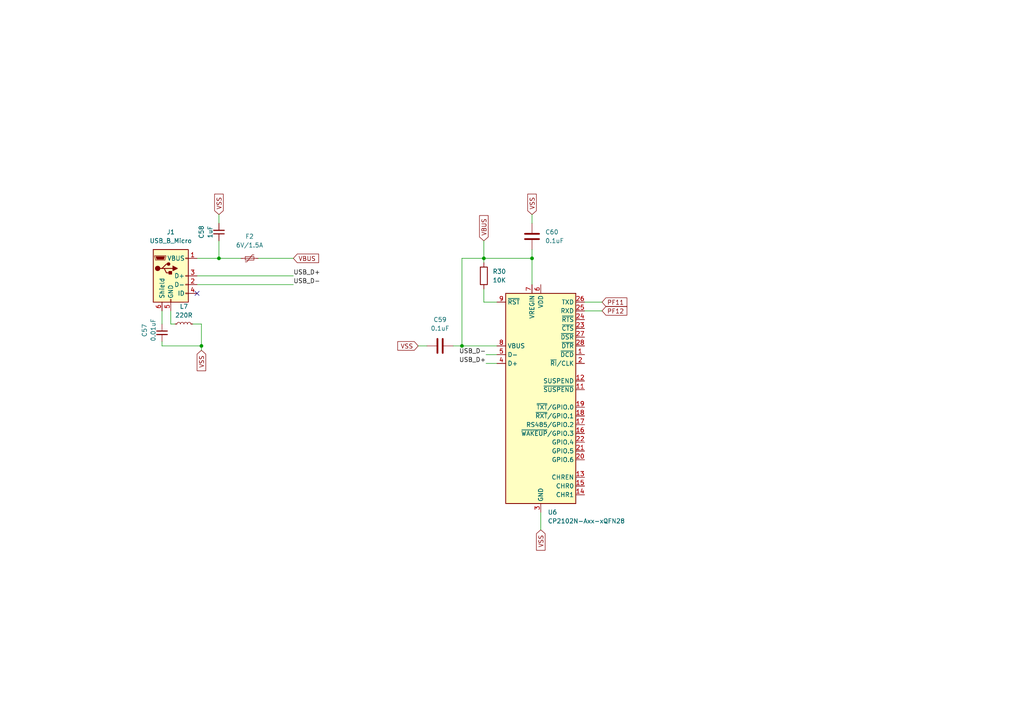
<source format=kicad_sch>
(kicad_sch (version 20230121) (generator eeschema)
  (paper "A4")
  (lib_symbols
    (symbol "Connector:USB_B_Micro" (pin_names (offset 1.016))
      (property "Reference" "J" (at -5.08 11.43 0))
      (property "Value" "USB_B_Micro" (at -5.08 8.89 0))
      (symbol "USB_B_Micro_0_1"
        (rectangle (start -5.08 -7.62) (end 5.08 7.62) (stroke (width 0.254)) (fill (type background)))
        (circle (center -3.81 2.159) (radius 0.635) (stroke (width 0.254)) (fill (type outline)))
        (circle (center -0.635 3.429) (radius 0.381) (stroke (width 0.254)) (fill (type outline)))
        (rectangle (start -0.127 -7.62) (end 0.127 -6.858))
        (polyline (pts (xy -1.905 2.159) (xy 0.635 2.159)) (stroke (width 0.254)))
        (polyline (pts (xy -3.175 2.159) (xy -2.54 2.159) (xy -1.27 3.429) (xy -0.635 3.429)) (stroke (width 0.254)))
        (polyline (pts (xy -2.54 2.159) (xy -1.905 2.159) (xy -1.27 0.889) (xy 0 0.889)) (stroke (width 0.254)))
        (polyline (pts (xy 0.635 2.794) (xy 0.635 1.524) (xy 1.905 2.159) (xy 0.635 2.794)) (stroke (width 0.254)) (fill (type outline)))
        (polyline (pts (xy -4.318 5.588) (xy -1.778 5.588) (xy -2.032 4.826) (xy -4.064 4.826) (xy -4.318 5.588)) (fill (type outline)))
        (polyline (pts (xy -4.699 5.842) (xy -4.699 5.588) (xy -4.445 4.826) (xy -4.445 4.572) (xy -1.651 4.572) (xy -1.651 4.826) (xy -1.397 5.588) (xy -1.397 5.842) (xy -4.699 5.842)))
        (rectangle (start 0.254 1.27) (end -0.508 0.508) (stroke (width 0.254)) (fill (type outline)))
        (rectangle (start 5.08 -5.207) (end 4.318 -4.953))
        (rectangle (start 5.08 -2.667) (end 4.318 -2.413))
        (rectangle (start 5.08 -0.127) (end 4.318 0.127))
        (rectangle (start 5.08 4.953) (end 4.318 5.207))
      )
      (symbol "USB_B_Micro_1_1"
        (pin power_out line (at 7.62 5.08 180) (length 2.54) (name "VBUS") (number "1"))
        (pin bidirectional line (at 7.62 -2.54 180) (length 2.54) (name "D-") (number "2"))
        (pin bidirectional line (at 7.62 0 180) (length 2.54) (name "D+") (number "3"))
        (pin passive line (at 7.62 -5.08 180) (length 2.54) (name "ID") (number "4"))
        (pin power_out line (at 0 -10.16 90) (length 2.54) (name "GND") (number "5"))
        (pin passive line (at -2.54 -10.16 90) (length 2.54) (name "Shield") (number "6"))
      )
    )
    (symbol "Device:C" (pin_numbers hide) (pin_names (offset 0.254))
      (property "Reference" "C" (at 0.635 2.54 0))
      (property "Value" "C" (at 0.635 -2.54 0))
      (symbol "C_0_1"
        (polyline (pts (xy -2.032 -0.762) (xy 2.032 -0.762)) (stroke (width 0.508)))
        (polyline (pts (xy -2.032 0.762) (xy 2.032 0.762)) (stroke (width 0.508)))
      )
      (symbol "C_1_1"
        (pin passive line (at 0 3.81 270) (length 2.794) (name "~") (number "1"))
        (pin passive line (at 0 -3.81 90) (length 2.794) (name "~") (number "2"))
      )
    )
    (symbol "Device:C_Small" (pin_numbers hide) (pin_names (offset 0.254) hide)
      (property "Reference" "C" (at 0.254 1.778 0))
      (property "Value" "C_Small" (at 0.254 -2.032 0))
      (symbol "C_Small_0_1"
        (polyline (pts (xy -1.524 -0.508) (xy 1.524 -0.508)) (stroke (width 0.3302)))
        (polyline (pts (xy -1.524 0.508) (xy 1.524 0.508)) (stroke (width 0.3048)))
      )
      (symbol "C_Small_1_1"
        (pin passive line (at 0 2.54 270) (length 2.032) (name "~") (number "1"))
        (pin passive line (at 0 -2.54 90) (length 2.032) (name "~") (number "2"))
      )
    )
    (symbol "Device:L_Small" (pin_numbers hide) (pin_names (offset 0.254) hide)
      (property "Reference" "L" (at 0.762 1.016 0))
      (property "Value" "L_Small" (at 0.762 -1.016 0))
      (symbol "L_Small_0_1"
        (arc (start 0 -2.032) (mid 0.5058 -1.524) (end 0 -1.016))
        (arc (start 0 -1.016) (mid 0.5058 -0.508) (end 0 0))
        (arc (start 0 0) (mid 0.5058 0.508) (end 0 1.016))
        (arc (start 0 1.016) (mid 0.5058 1.524) (end 0 2.032))
      )
      (symbol "L_Small_1_1"
        (pin passive line (at 0 2.54 270) (length 0.508) (name "~") (number "1"))
        (pin passive line (at 0 -2.54 90) (length 0.508) (name "~") (number "2"))
      )
    )
    (symbol "Device:Polyfuse_Small" (pin_numbers hide) (pin_names (offset 0))
      (property "Reference" "F" (at -1.905 0 90))
      (property "Value" "Polyfuse_Small" (at 1.905 0 90))
      (symbol "Polyfuse_Small_0_1"
        (rectangle (start -0.508 1.27) (end 0.508 -1.27))
        (polyline (pts (xy 0 2.54) (xy 0 -2.54)))
        (polyline (pts (xy -1.016 1.27) (xy -1.016 0.762) (xy 1.016 -0.762) (xy 1.016 -1.27)))
      )
      (symbol "Polyfuse_Small_1_1"
        (pin passive line (at 0 2.54 270) (length 0.635) (name "~") (number "1"))
        (pin passive line (at 0 -2.54 90) (length 0.635) (name "~") (number "2"))
      )
    )
    (symbol "Device:R" (pin_numbers hide) (pin_names (offset 0))
      (property "Reference" "R" (at 2.032 0 90))
      (property "Value" "R" (at 0 0 90))
      (symbol "R_0_1"
        (rectangle (start -1.016 -2.54) (end 1.016 2.54) (stroke (width 0.254)))
      )
      (symbol "R_1_1"
        (pin passive line (at 0 3.81 270) (length 1.27) (name "~") (number "1"))
        (pin passive line (at 0 -3.81 90) (length 1.27) (name "~") (number "2"))
      )
    )
    (symbol "Interface_USB:CP2102N-Axx-xQFN28"
      (property "Reference" "U" (at -8.89 31.75 0))
      (property "Value" "CP2102N-Axx-xQFN28" (at 12.7 31.75 0))
      (symbol "CP2102N-Axx-xQFN28_0_1"
        (rectangle (start -10.16 30.48) (end 10.16 -30.48) (stroke (width 0.254)) (fill (type background)))
      )
      (symbol "CP2102N-Axx-xQFN28_1_1"
        (pin input line (at 12.7 12.7 180) (length 2.54) (name "~{DCD}") (number "1"))
        (pin no_connect line (at -10.16 -27.94 0) (length 2.54) hide (name "NC") (number "10"))
        (pin output line (at 12.7 2.54 180) (length 2.54) (name "~{SUSPEND}") (number "11"))
        (pin output line (at 12.7 5.08 180) (length 2.54) (name "SUSPEND") (number "12"))
        (pin output line (at 12.7 -22.86 180) (length 2.54) (name "CHREN") (number "13"))
        (pin output line (at 12.7 -27.94 180) (length 2.54) (name "CHR1") (number "14"))
        (pin output line (at 12.7 -25.4 180) (length 2.54) (name "CHR0") (number "15"))
        (pin bidirectional line (at 12.7 -10.16 180) (length 2.54) (name "~{WAKEUP}/GPIO.3") (number "16"))
        (pin bidirectional line (at 12.7 -7.62 180) (length 2.54) (name "RS485/GPIO.2") (number "17"))
        (pin bidirectional line (at 12.7 -5.08 180) (length 2.54) (name "~{RXT}/GPIO.1") (number "18"))
        (pin bidirectional line (at 12.7 -2.54 180) (length 2.54) (name "~{TXT}/GPIO.0") (number "19"))
        (pin bidirectional line (at 12.7 10.16 180) (length 2.54) (name "~{RI}/CLK") (number "2"))
        (pin bidirectional line (at 12.7 -17.78 180) (length 2.54) (name "GPIO.6") (number "20"))
        (pin bidirectional line (at 12.7 -15.24 180) (length 2.54) (name "GPIO.5") (number "21"))
        (pin bidirectional line (at 12.7 -12.7 180) (length 2.54) (name "GPIO.4") (number "22"))
        (pin input line (at 12.7 20.32 180) (length 2.54) (name "~{CTS}") (number "23"))
        (pin output line (at 12.7 22.86 180) (length 2.54) (name "~{RTS}") (number "24"))
        (pin input line (at 12.7 25.4 180) (length 2.54) (name "RXD") (number "25"))
        (pin output line (at 12.7 27.94 180) (length 2.54) (name "TXD") (number "26"))
        (pin input line (at 12.7 17.78 180) (length 2.54) (name "~{DSR}") (number "27"))
        (pin output line (at 12.7 15.24 180) (length 2.54) (name "~{DTR}") (number "28"))
        (pin passive line (at 0 -33.02 90) (length 2.54) hide (name "GND") (number "29"))
        (pin power_in line (at 0 -33.02 90) (length 2.54) (name "GND") (number "3"))
        (pin bidirectional line (at -12.7 10.16 0) (length 2.54) (name "D+") (number "4"))
        (pin bidirectional line (at -12.7 12.7 0) (length 2.54) (name "D-") (number "5"))
        (pin power_in line (at 0 33.02 270) (length 2.54) (name "VDD") (number "6"))
        (pin power_in line (at -2.54 33.02 270) (length 2.54) (name "VREGIN") (number "7"))
        (pin input line (at -12.7 15.24 0) (length 2.54) (name "VBUS") (number "8"))
        (pin input line (at -12.7 27.94 0) (length 2.54) (name "~{RST}") (number "9"))
      )
    )
  )
  (junction (at 140.335 74.93))
  (junction (at 154.305 74.93))
  (junction (at 63.5 74.93))
  (junction (at 58.42 100.33))
  (junction (at 133.985 100.33))
  (no_connect (at 57.15 85.09))
  (wire (pts (xy 46.99 90.17) (xy 46.99 93.98)))
  (wire (pts (xy 63.5 62.23) (xy 63.5 64.77)))
  (wire (pts (xy 63.5 74.93) (xy 69.85 74.93)))
  (wire (pts (xy 46.99 100.33) (xy 46.99 99.06)))
  (wire (pts (xy 140.97 102.87) (xy 144.145 102.87)))
  (wire (pts (xy 74.93 74.93) (xy 85.09 74.93)))
  (wire (pts (xy 154.305 74.93) (xy 154.305 82.55)))
  (wire (pts (xy 58.42 100.33) (xy 46.99 100.33)))
  (wire (pts (xy 133.985 100.33) (xy 144.145 100.33)))
  (wire (pts (xy 140.97 105.41) (xy 144.145 105.41)))
  (wire (pts (xy 174.625 90.17) (xy 169.545 90.17)))
  (wire (pts (xy 49.53 93.98) (xy 50.8 93.98)))
  (wire (pts (xy 63.5 69.85) (xy 63.5 74.93)))
  (wire (pts (xy 174.625 87.63) (xy 169.545 87.63)))
  (wire (pts (xy 140.335 69.85) (xy 140.335 74.93)))
  (wire (pts (xy 58.42 93.98) (xy 58.42 100.33)))
  (wire (pts (xy 154.305 72.39) (xy 154.305 74.93)))
  (wire (pts (xy 154.305 62.23) (xy 154.305 64.77)))
  (wire (pts (xy 49.53 90.17) (xy 49.53 93.98)))
  (wire (pts (xy 140.335 83.82) (xy 140.335 87.63)))
  (wire (pts (xy 57.15 74.93) (xy 63.5 74.93)))
  (wire (pts (xy 140.335 74.93) (xy 154.305 74.93)))
  (wire (pts (xy 133.985 74.93) (xy 133.985 100.33)))
  (wire (pts (xy 133.985 74.93) (xy 140.335 74.93)))
  (wire (pts (xy 57.15 82.55) (xy 85.09 82.55)))
  (wire (pts (xy 57.15 80.01) (xy 85.09 80.01)))
  (wire (pts (xy 140.335 74.93) (xy 140.335 76.2)))
  (wire (pts (xy 144.145 87.63) (xy 140.335 87.63)))
  (wire (pts (xy 156.845 153.67) (xy 156.845 148.59)))
  (wire (pts (xy 131.445 100.33) (xy 133.985 100.33)))
  (wire (pts (xy 121.285 100.33) (xy 123.825 100.33)))
  (wire (pts (xy 55.88 93.98) (xy 58.42 93.98)))
  (wire (pts (xy 58.42 100.33) (xy 58.42 101.6)))
  (label "USB_D+" (at 85.09 80.01 0))
  (label "USB_D+" (at 140.97 105.41 180))
  (label "USB_D-" (at 140.97 102.87 180))
  (label "USB_D-" (at 85.09 82.55 0))
  (global_label "VBUS" (shape input) (at 140.335 69.85 90) (property "Intersheetrefs" "${INTERSHEET_REFS}" (effects hide)))
  (global_label "VSS" (shape input) (at 156.845 153.67 270) (property "Intersheetrefs" "${INTERSHEET_REFS}" (effects hide)))
  (global_label "VSS" (shape input) (at 63.5 62.23 90) (property "Intersheetrefs" "${INTERSHEET_REFS}" (effects hide)))
  (global_label "VSS" (shape input) (at 58.42 101.6 270) (property "Intersheetrefs" "${INTERSHEET_REFS}" (effects hide)))
  (global_label "VSS" (shape input) (at 154.305 62.23 90) (property "Intersheetrefs" "${INTERSHEET_REFS}" (effects hide)))
  (global_label "PF11" (shape input) (at 174.625 87.63 0) (property "Intersheetrefs" "${INTERSHEET_REFS}" (effects hide)))
  (global_label "PF12" (shape input) (at 174.625 90.17 0) (property "Intersheetrefs" "${INTERSHEET_REFS}" (effects hide)))
  (global_label "VBUS" (shape input) (at 85.09 74.93 0) (property "Intersheetrefs" "${INTERSHEET_REFS}" (effects hide)))
  (global_label "VSS" (shape input) (at 121.285 100.33 180) (property "Intersheetrefs" "${INTERSHEET_REFS}" (effects hide)))
  (symbol (lib_id "Device:C_Small") (at 63.5 67.31 180) (unit 1)
    (property "Reference" "C58" (at 58.42 67.31 90))
    (property "Value" "1uF" (at 60.96 67.31 90))
    (property "Footprint" "Capacitor_SMD:C_0402_1005Metric" (effects hide))
    (property "Datasheet" "https://cdn.ozdisan.com/ETicaret_Dosya/448212_5798276.PDF" (effects hide))
    (property "Description" "MLCC (1005) 0402 1uF 10VDC ±10% X5R" (effects hide))
    (property "Manufacturer" "SAMSUNG" (effects hide))
    (property "Suplier" "Özdisan" (effects hide))
    (property "Suplier Part Number" "CL05A105KP5NNNC" (effects hide))
    (property "Package-Case" "0402" (effects hide))
  )
  (symbol (lib_id "Interface_USB:CP2102N-Axx-xQFN28") (at 156.845 115.57 0) (unit 1)
    (property "Reference" "U6" (at 158.8644 148.59 0) (effects (justify left)))
    (property "Value" "CP2102N-Axx-xQFN28" (at 158.8644 151.13 0) (effects (justify left)))
    (property "Footprint" "Package_DFN_QFN:QFN-28-1EP_5x5mm_P0.5mm_EP3.35x3.35mm" (effects hide))
    (property "Datasheet" "https://www.silabs.com/documents/public/data-sheets/cp2102n-datasheet.pdf" (effects hide))
  )
  (symbol (lib_id "Device:C_Small") (at 46.99 96.52 0) (unit 1)
    (property "Reference" "C57" (at 41.91 97.79 90) (effects (justify left)))
    (property "Value" "0.01uF" (at 44.45 99.06 90) (effects (justify left)))
    (property "Footprint" "Capacitor_SMD:C_0402_1005Metric" (effects hide))
    (property "Datasheet" "https://cdn.ozdisan.com/ETicaret_Dosya/448212_5798276.PDF" (effects hide))
    (property "Description" "MLCC (1005) 0402 10nF 50VDC ±10% X7R" (effects hide))
    (property "Package-Case" "0402" (effects hide))
    (property "Manufacturer" "SAMSUNG" (effects hide))
    (property "Suplier" "Özdisan" (effects hide))
    (property "Suplier Part Number" "CL05B103KB5NNNC" (effects hide))
  )
  (symbol (lib_id "Device:R") (at 140.335 80.01 0) (unit 1)
    (property "Reference" "R30" (at 142.875 78.7399 0) (effects (justify left)))
    (property "Value" "10K" (at 142.875 81.2799 0) (effects (justify left)))
    (property "Footprint" "Resistor_SMD:R_0402_1005Metric" (effects hide))
  )
  (symbol (lib_id "Device:Polyfuse_Small") (at 72.39 74.93 90) (unit 1)
    (property "Reference" "F2" (at 72.39 68.58 90))
    (property "Value" "6V/1.5A" (at 72.39 71.12 90))
    (property "Footprint" "Fuse:Fuse_0805_2012Metric" (effects hide))
    (property "Datasheet" "https://cdn.ozdisan.com/ETicaret_Dosya/490835_665008.pdf" (effects hide))
    (property "Description" "THERMISTOR PTC RESETTABLE FUSE 0805 1.5A 6V" (effects hide))
    (property "Manufacturer" "THINKING" (effects hide))
    (property "Suplier" "Özdisan" (effects hide))
    (property "Suplier Part Number" "KLM2S150RY" (effects hide))
    (property "Package-Case" "0805" (effects hide))
  )
  (symbol (lib_id "Connector:USB_B_Micro") (at 49.53 80.01 0) (unit 1)
    (property "Reference" "J1" (at 49.53 67.31 0))
    (property "Value" "USB_B_Micro" (at 49.53 69.85 0))
    (property "Footprint" "Connector_USB:USB_Micro-B_Amphenol_10118194_Horizontal" (effects hide))
  )
  (symbol (lib_id "Device:C") (at 154.305 68.58 180) (unit 1)
    (property "Reference" "C60" (at 158.115 67.3099 0) (effects (justify right)))
    (property "Value" "0.1uF" (at 158.115 69.8499 0) (effects (justify right)))
    (property "Footprint" "Capacitor_SMD:C_0402_1005Metric" (effects hide))
  )
  (symbol (lib_id "Device:C") (at 127.635 100.33 90) (unit 1)
    (property "Reference" "C59" (at 127.635 92.71 90))
    (property "Value" "0.1uF" (at 127.635 95.25 90))
    (property "Footprint" "Capacitor_SMD:C_0402_1005Metric" (effects hide))
  )
  (symbol (lib_id "Device:L_Small") (at 53.34 93.98 90) (unit 1)
    (property "Reference" "L7" (at 53.34 88.9 90))
    (property "Value" "220R" (at 53.34 91.44 90))
    (property "Footprint" "Inductor_SMD:L_0603_1608Metric" (effects hide))
    (property "Datasheet" "https://cdn.ozdisan.com/ETicaret_Dosya/484088_7465094.pdf" (effects hide))
    (property "Description" "FERRITE BEAD 0603 220R 1.4A" (effects hide))
    (property "Manufacturer" "MURATA" (effects hide))
    (property "Suplier" "Özdisan" (effects hide))
    (property "Suplier Part Number" "BLM18PG221SN1D" (effects hide))
    (property "Package-Case" "0603" (effects hide))
  )
)
</source>
